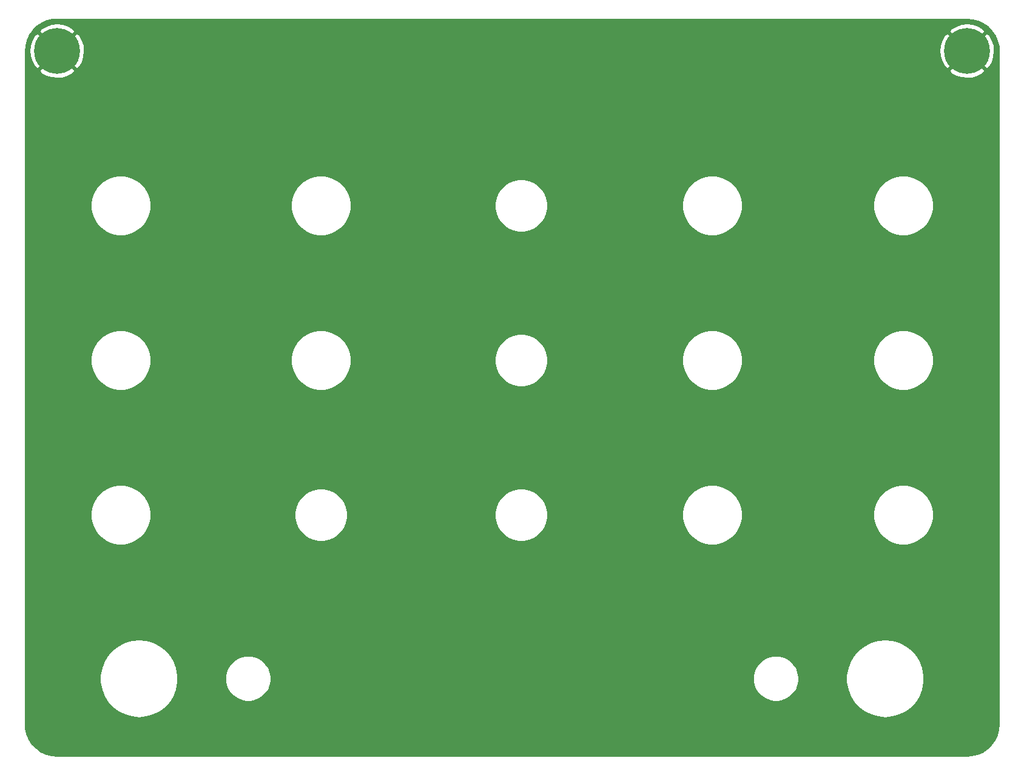
<source format=gbl>
G04 #@! TF.GenerationSoftware,KiCad,Pcbnew,5.1.12-84ad8e8a86~92~ubuntu20.04.1*
G04 #@! TF.CreationDate,2021-12-25T09:30:33-05:00*
G04 #@! TF.ProjectId,stereo_whooshy_sound_front_panel,73746572-656f-45f7-9768-6f6f7368795f,0*
G04 #@! TF.SameCoordinates,Original*
G04 #@! TF.FileFunction,Copper,L2,Bot*
G04 #@! TF.FilePolarity,Positive*
%FSLAX46Y46*%
G04 Gerber Fmt 4.6, Leading zero omitted, Abs format (unit mm)*
G04 Created by KiCad (PCBNEW 5.1.12-84ad8e8a86~92~ubuntu20.04.1) date 2021-12-25 09:30:33*
%MOMM*%
%LPD*%
G01*
G04 APERTURE LIST*
G04 #@! TA.AperFunction,ComponentPad*
%ADD10C,0.800000*%
G04 #@! TD*
G04 #@! TA.AperFunction,ComponentPad*
%ADD11C,6.400000*%
G04 #@! TD*
G04 #@! TA.AperFunction,Conductor*
%ADD12C,0.254000*%
G04 #@! TD*
G04 #@! TA.AperFunction,Conductor*
%ADD13C,0.100000*%
G04 #@! TD*
G04 APERTURE END LIST*
D10*
X135682056Y-13542944D03*
X133985000Y-12840000D03*
X132287944Y-13542944D03*
X131585000Y-15240000D03*
X132287944Y-16937056D03*
X133985000Y-17640000D03*
X135682056Y-16937056D03*
X136385000Y-15240000D03*
D11*
X133985000Y-15240000D03*
D10*
X8682056Y-13542944D03*
X6985000Y-12840000D03*
X5287944Y-13542944D03*
X4585000Y-15240000D03*
X5287944Y-16937056D03*
X6985000Y-17640000D03*
X8682056Y-16937056D03*
X9385000Y-15240000D03*
D11*
X6985000Y-15240000D03*
D12*
X134767249Y-10892437D02*
X135524774Y-11099672D01*
X136233625Y-11437777D01*
X136871404Y-11896067D01*
X137417946Y-12460055D01*
X137855977Y-13111913D01*
X138171651Y-13831038D01*
X138356206Y-14599768D01*
X138405000Y-15264207D01*
X138405001Y-109190597D01*
X138332563Y-110002249D01*
X138125328Y-110759774D01*
X137787221Y-111468627D01*
X137328928Y-112106410D01*
X136764945Y-112652946D01*
X136113085Y-113090978D01*
X135393963Y-113406651D01*
X134625232Y-113591206D01*
X133960792Y-113640000D01*
X7014392Y-113640000D01*
X6202751Y-113567563D01*
X5445226Y-113360328D01*
X4736373Y-113022221D01*
X4098590Y-112563928D01*
X3552054Y-111999945D01*
X3114022Y-111348085D01*
X2798349Y-110628963D01*
X2613794Y-109860232D01*
X2565000Y-109195792D01*
X2565000Y-102364369D01*
X12958377Y-102364369D01*
X12958377Y-103375631D01*
X13144195Y-104369673D01*
X13509505Y-105312646D01*
X14041866Y-106172438D01*
X14723148Y-106919769D01*
X15530152Y-107529190D01*
X16435396Y-107979948D01*
X17408053Y-108256693D01*
X18415000Y-108350000D01*
X19421947Y-108256693D01*
X20394604Y-107979948D01*
X21299848Y-107529190D01*
X22106852Y-106919769D01*
X22788134Y-106172438D01*
X23320495Y-105312646D01*
X23685805Y-104369673D01*
X23871623Y-103375631D01*
X23871623Y-102553405D01*
X30440553Y-102553405D01*
X30440553Y-103186595D01*
X30564083Y-103807620D01*
X30806394Y-104392611D01*
X31158176Y-104919090D01*
X31605910Y-105366824D01*
X32132389Y-105718606D01*
X32717380Y-105960917D01*
X33338405Y-106084447D01*
X33971595Y-106084447D01*
X34592620Y-105960917D01*
X35177611Y-105718606D01*
X35704090Y-105366824D01*
X36151824Y-104919090D01*
X36503606Y-104392611D01*
X36745917Y-103807620D01*
X36869447Y-103186595D01*
X36869447Y-102553405D01*
X104100553Y-102553405D01*
X104100553Y-103186595D01*
X104224083Y-103807620D01*
X104466394Y-104392611D01*
X104818176Y-104919090D01*
X105265910Y-105366824D01*
X105792389Y-105718606D01*
X106377380Y-105960917D01*
X106998405Y-106084447D01*
X107631595Y-106084447D01*
X108252620Y-105960917D01*
X108837611Y-105718606D01*
X109364090Y-105366824D01*
X109811824Y-104919090D01*
X110163606Y-104392611D01*
X110405917Y-103807620D01*
X110529447Y-103186595D01*
X110529447Y-102553405D01*
X110491846Y-102364369D01*
X117098377Y-102364369D01*
X117098377Y-103375631D01*
X117284195Y-104369673D01*
X117649505Y-105312646D01*
X118181866Y-106172438D01*
X118863148Y-106919769D01*
X119670152Y-107529190D01*
X120575396Y-107979948D01*
X121548053Y-108256693D01*
X122555000Y-108350000D01*
X123561947Y-108256693D01*
X124534604Y-107979948D01*
X125439848Y-107529190D01*
X126246852Y-106919769D01*
X126928134Y-106172438D01*
X127460495Y-105312646D01*
X127825805Y-104369673D01*
X128011623Y-103375631D01*
X128011623Y-102364369D01*
X127825805Y-101370327D01*
X127460495Y-100427354D01*
X126928134Y-99567562D01*
X126246852Y-98820231D01*
X125439848Y-98210810D01*
X124534604Y-97760052D01*
X123561947Y-97483307D01*
X122555000Y-97390000D01*
X121548053Y-97483307D01*
X120575396Y-97760052D01*
X119670152Y-98210810D01*
X118863148Y-98820231D01*
X118181866Y-99567562D01*
X117649505Y-100427354D01*
X117284195Y-101370327D01*
X117098377Y-102364369D01*
X110491846Y-102364369D01*
X110405917Y-101932380D01*
X110163606Y-101347389D01*
X109811824Y-100820910D01*
X109364090Y-100373176D01*
X108837611Y-100021394D01*
X108252620Y-99779083D01*
X107631595Y-99655553D01*
X106998405Y-99655553D01*
X106377380Y-99779083D01*
X105792389Y-100021394D01*
X105265910Y-100373176D01*
X104818176Y-100820910D01*
X104466394Y-101347389D01*
X104224083Y-101932380D01*
X104100553Y-102553405D01*
X36869447Y-102553405D01*
X36745917Y-101932380D01*
X36503606Y-101347389D01*
X36151824Y-100820910D01*
X35704090Y-100373176D01*
X35177611Y-100021394D01*
X34592620Y-99779083D01*
X33971595Y-99655553D01*
X33338405Y-99655553D01*
X32717380Y-99779083D01*
X32132389Y-100021394D01*
X31605910Y-100373176D01*
X31158176Y-100820910D01*
X30806394Y-101347389D01*
X30564083Y-101932380D01*
X30440553Y-102553405D01*
X23871623Y-102553405D01*
X23871623Y-102364369D01*
X23685805Y-101370327D01*
X23320495Y-100427354D01*
X22788134Y-99567562D01*
X22106852Y-98820231D01*
X21299848Y-98210810D01*
X20394604Y-97760052D01*
X19421947Y-97483307D01*
X18415000Y-97390000D01*
X17408053Y-97483307D01*
X16435396Y-97760052D01*
X15530152Y-98210810D01*
X14723148Y-98820231D01*
X14041866Y-99567562D01*
X13509505Y-100427354D01*
X13144195Y-101370327D01*
X12958377Y-102364369D01*
X2565000Y-102364369D01*
X2565000Y-79595387D01*
X11665369Y-79595387D01*
X11665369Y-80424613D01*
X11827142Y-81237904D01*
X12144473Y-82004008D01*
X12605166Y-82693484D01*
X13191516Y-83279834D01*
X13880992Y-83740527D01*
X14647096Y-84057858D01*
X15460387Y-84219631D01*
X16289613Y-84219631D01*
X17102904Y-84057858D01*
X17869008Y-83740527D01*
X18558484Y-83279834D01*
X19144834Y-82693484D01*
X19605527Y-82004008D01*
X19922858Y-81237904D01*
X20084631Y-80424613D01*
X20084631Y-79644396D01*
X40102961Y-79644396D01*
X40102961Y-80375604D01*
X40245613Y-81092762D01*
X40525434Y-81768310D01*
X40931671Y-82376287D01*
X41448713Y-82893329D01*
X42056690Y-83299566D01*
X42732238Y-83579387D01*
X43449396Y-83722039D01*
X44180604Y-83722039D01*
X44897762Y-83579387D01*
X45573310Y-83299566D01*
X46181287Y-82893329D01*
X46698329Y-82376287D01*
X47104566Y-81768310D01*
X47384387Y-81092762D01*
X47527039Y-80375604D01*
X47527039Y-79644396D01*
X68042961Y-79644396D01*
X68042961Y-80375604D01*
X68185613Y-81092762D01*
X68465434Y-81768310D01*
X68871671Y-82376287D01*
X69388713Y-82893329D01*
X69996690Y-83299566D01*
X70672238Y-83579387D01*
X71389396Y-83722039D01*
X72120604Y-83722039D01*
X72837762Y-83579387D01*
X73513310Y-83299566D01*
X74121287Y-82893329D01*
X74638329Y-82376287D01*
X75044566Y-81768310D01*
X75324387Y-81092762D01*
X75467039Y-80375604D01*
X75467039Y-79644396D01*
X75457291Y-79595387D01*
X94215369Y-79595387D01*
X94215369Y-80424613D01*
X94377142Y-81237904D01*
X94694473Y-82004008D01*
X95155166Y-82693484D01*
X95741516Y-83279834D01*
X96430992Y-83740527D01*
X97197096Y-84057858D01*
X98010387Y-84219631D01*
X98839613Y-84219631D01*
X99652904Y-84057858D01*
X100419008Y-83740527D01*
X101108484Y-83279834D01*
X101694834Y-82693484D01*
X102155527Y-82004008D01*
X102472858Y-81237904D01*
X102634631Y-80424613D01*
X102634631Y-79595387D01*
X120885369Y-79595387D01*
X120885369Y-80424613D01*
X121047142Y-81237904D01*
X121364473Y-82004008D01*
X121825166Y-82693484D01*
X122411516Y-83279834D01*
X123100992Y-83740527D01*
X123867096Y-84057858D01*
X124680387Y-84219631D01*
X125509613Y-84219631D01*
X126322904Y-84057858D01*
X127089008Y-83740527D01*
X127778484Y-83279834D01*
X128364834Y-82693484D01*
X128825527Y-82004008D01*
X129142858Y-81237904D01*
X129304631Y-80424613D01*
X129304631Y-79595387D01*
X129142858Y-78782096D01*
X128825527Y-78015992D01*
X128364834Y-77326516D01*
X127778484Y-76740166D01*
X127089008Y-76279473D01*
X126322904Y-75962142D01*
X125509613Y-75800369D01*
X124680387Y-75800369D01*
X123867096Y-75962142D01*
X123100992Y-76279473D01*
X122411516Y-76740166D01*
X121825166Y-77326516D01*
X121364473Y-78015992D01*
X121047142Y-78782096D01*
X120885369Y-79595387D01*
X102634631Y-79595387D01*
X102472858Y-78782096D01*
X102155527Y-78015992D01*
X101694834Y-77326516D01*
X101108484Y-76740166D01*
X100419008Y-76279473D01*
X99652904Y-75962142D01*
X98839613Y-75800369D01*
X98010387Y-75800369D01*
X97197096Y-75962142D01*
X96430992Y-76279473D01*
X95741516Y-76740166D01*
X95155166Y-77326516D01*
X94694473Y-78015992D01*
X94377142Y-78782096D01*
X94215369Y-79595387D01*
X75457291Y-79595387D01*
X75324387Y-78927238D01*
X75044566Y-78251690D01*
X74638329Y-77643713D01*
X74121287Y-77126671D01*
X73513310Y-76720434D01*
X72837762Y-76440613D01*
X72120604Y-76297961D01*
X71389396Y-76297961D01*
X70672238Y-76440613D01*
X69996690Y-76720434D01*
X69388713Y-77126671D01*
X68871671Y-77643713D01*
X68465434Y-78251690D01*
X68185613Y-78927238D01*
X68042961Y-79644396D01*
X47527039Y-79644396D01*
X47384387Y-78927238D01*
X47104566Y-78251690D01*
X46698329Y-77643713D01*
X46181287Y-77126671D01*
X45573310Y-76720434D01*
X44897762Y-76440613D01*
X44180604Y-76297961D01*
X43449396Y-76297961D01*
X42732238Y-76440613D01*
X42056690Y-76720434D01*
X41448713Y-77126671D01*
X40931671Y-77643713D01*
X40525434Y-78251690D01*
X40245613Y-78927238D01*
X40102961Y-79644396D01*
X20084631Y-79644396D01*
X20084631Y-79595387D01*
X19922858Y-78782096D01*
X19605527Y-78015992D01*
X19144834Y-77326516D01*
X18558484Y-76740166D01*
X17869008Y-76279473D01*
X17102904Y-75962142D01*
X16289613Y-75800369D01*
X15460387Y-75800369D01*
X14647096Y-75962142D01*
X13880992Y-76279473D01*
X13191516Y-76740166D01*
X12605166Y-77326516D01*
X12144473Y-78015992D01*
X11827142Y-78782096D01*
X11665369Y-79595387D01*
X2565000Y-79595387D01*
X2565000Y-58005387D01*
X11665369Y-58005387D01*
X11665369Y-58834613D01*
X11827142Y-59647904D01*
X12144473Y-60414008D01*
X12605166Y-61103484D01*
X13191516Y-61689834D01*
X13880992Y-62150527D01*
X14647096Y-62467858D01*
X15460387Y-62629631D01*
X16289613Y-62629631D01*
X17102904Y-62467858D01*
X17869008Y-62150527D01*
X18558484Y-61689834D01*
X19144834Y-61103484D01*
X19605527Y-60414008D01*
X19922858Y-59647904D01*
X20084631Y-58834613D01*
X20084631Y-58005387D01*
X39605369Y-58005387D01*
X39605369Y-58834613D01*
X39767142Y-59647904D01*
X40084473Y-60414008D01*
X40545166Y-61103484D01*
X41131516Y-61689834D01*
X41820992Y-62150527D01*
X42587096Y-62467858D01*
X43400387Y-62629631D01*
X44229613Y-62629631D01*
X45042904Y-62467858D01*
X45809008Y-62150527D01*
X46498484Y-61689834D01*
X47084834Y-61103484D01*
X47545527Y-60414008D01*
X47862858Y-59647904D01*
X48024631Y-58834613D01*
X48024631Y-58054396D01*
X68042961Y-58054396D01*
X68042961Y-58785604D01*
X68185613Y-59502762D01*
X68465434Y-60178310D01*
X68871671Y-60786287D01*
X69388713Y-61303329D01*
X69996690Y-61709566D01*
X70672238Y-61989387D01*
X71389396Y-62132039D01*
X72120604Y-62132039D01*
X72837762Y-61989387D01*
X73513310Y-61709566D01*
X74121287Y-61303329D01*
X74638329Y-60786287D01*
X75044566Y-60178310D01*
X75324387Y-59502762D01*
X75467039Y-58785604D01*
X75467039Y-58054396D01*
X75457291Y-58005387D01*
X94215369Y-58005387D01*
X94215369Y-58834613D01*
X94377142Y-59647904D01*
X94694473Y-60414008D01*
X95155166Y-61103484D01*
X95741516Y-61689834D01*
X96430992Y-62150527D01*
X97197096Y-62467858D01*
X98010387Y-62629631D01*
X98839613Y-62629631D01*
X99652904Y-62467858D01*
X100419008Y-62150527D01*
X101108484Y-61689834D01*
X101694834Y-61103484D01*
X102155527Y-60414008D01*
X102472858Y-59647904D01*
X102634631Y-58834613D01*
X102634631Y-58005387D01*
X120885369Y-58005387D01*
X120885369Y-58834613D01*
X121047142Y-59647904D01*
X121364473Y-60414008D01*
X121825166Y-61103484D01*
X122411516Y-61689834D01*
X123100992Y-62150527D01*
X123867096Y-62467858D01*
X124680387Y-62629631D01*
X125509613Y-62629631D01*
X126322904Y-62467858D01*
X127089008Y-62150527D01*
X127778484Y-61689834D01*
X128364834Y-61103484D01*
X128825527Y-60414008D01*
X129142858Y-59647904D01*
X129304631Y-58834613D01*
X129304631Y-58005387D01*
X129142858Y-57192096D01*
X128825527Y-56425992D01*
X128364834Y-55736516D01*
X127778484Y-55150166D01*
X127089008Y-54689473D01*
X126322904Y-54372142D01*
X125509613Y-54210369D01*
X124680387Y-54210369D01*
X123867096Y-54372142D01*
X123100992Y-54689473D01*
X122411516Y-55150166D01*
X121825166Y-55736516D01*
X121364473Y-56425992D01*
X121047142Y-57192096D01*
X120885369Y-58005387D01*
X102634631Y-58005387D01*
X102472858Y-57192096D01*
X102155527Y-56425992D01*
X101694834Y-55736516D01*
X101108484Y-55150166D01*
X100419008Y-54689473D01*
X99652904Y-54372142D01*
X98839613Y-54210369D01*
X98010387Y-54210369D01*
X97197096Y-54372142D01*
X96430992Y-54689473D01*
X95741516Y-55150166D01*
X95155166Y-55736516D01*
X94694473Y-56425992D01*
X94377142Y-57192096D01*
X94215369Y-58005387D01*
X75457291Y-58005387D01*
X75324387Y-57337238D01*
X75044566Y-56661690D01*
X74638329Y-56053713D01*
X74121287Y-55536671D01*
X73513310Y-55130434D01*
X72837762Y-54850613D01*
X72120604Y-54707961D01*
X71389396Y-54707961D01*
X70672238Y-54850613D01*
X69996690Y-55130434D01*
X69388713Y-55536671D01*
X68871671Y-56053713D01*
X68465434Y-56661690D01*
X68185613Y-57337238D01*
X68042961Y-58054396D01*
X48024631Y-58054396D01*
X48024631Y-58005387D01*
X47862858Y-57192096D01*
X47545527Y-56425992D01*
X47084834Y-55736516D01*
X46498484Y-55150166D01*
X45809008Y-54689473D01*
X45042904Y-54372142D01*
X44229613Y-54210369D01*
X43400387Y-54210369D01*
X42587096Y-54372142D01*
X41820992Y-54689473D01*
X41131516Y-55150166D01*
X40545166Y-55736516D01*
X40084473Y-56425992D01*
X39767142Y-57192096D01*
X39605369Y-58005387D01*
X20084631Y-58005387D01*
X19922858Y-57192096D01*
X19605527Y-56425992D01*
X19144834Y-55736516D01*
X18558484Y-55150166D01*
X17869008Y-54689473D01*
X17102904Y-54372142D01*
X16289613Y-54210369D01*
X15460387Y-54210369D01*
X14647096Y-54372142D01*
X13880992Y-54689473D01*
X13191516Y-55150166D01*
X12605166Y-55736516D01*
X12144473Y-56425992D01*
X11827142Y-57192096D01*
X11665369Y-58005387D01*
X2565000Y-58005387D01*
X2565000Y-36415387D01*
X11665369Y-36415387D01*
X11665369Y-37244613D01*
X11827142Y-38057904D01*
X12144473Y-38824008D01*
X12605166Y-39513484D01*
X13191516Y-40099834D01*
X13880992Y-40560527D01*
X14647096Y-40877858D01*
X15460387Y-41039631D01*
X16289613Y-41039631D01*
X17102904Y-40877858D01*
X17869008Y-40560527D01*
X18558484Y-40099834D01*
X19144834Y-39513484D01*
X19605527Y-38824008D01*
X19922858Y-38057904D01*
X20084631Y-37244613D01*
X20084631Y-36415387D01*
X39605369Y-36415387D01*
X39605369Y-37244613D01*
X39767142Y-38057904D01*
X40084473Y-38824008D01*
X40545166Y-39513484D01*
X41131516Y-40099834D01*
X41820992Y-40560527D01*
X42587096Y-40877858D01*
X43400387Y-41039631D01*
X44229613Y-41039631D01*
X45042904Y-40877858D01*
X45809008Y-40560527D01*
X46498484Y-40099834D01*
X47084834Y-39513484D01*
X47545527Y-38824008D01*
X47862858Y-38057904D01*
X48024631Y-37244613D01*
X48024631Y-36464396D01*
X68042961Y-36464396D01*
X68042961Y-37195604D01*
X68185613Y-37912762D01*
X68465434Y-38588310D01*
X68871671Y-39196287D01*
X69388713Y-39713329D01*
X69996690Y-40119566D01*
X70672238Y-40399387D01*
X71389396Y-40542039D01*
X72120604Y-40542039D01*
X72837762Y-40399387D01*
X73513310Y-40119566D01*
X74121287Y-39713329D01*
X74638329Y-39196287D01*
X75044566Y-38588310D01*
X75324387Y-37912762D01*
X75467039Y-37195604D01*
X75467039Y-36464396D01*
X75457291Y-36415387D01*
X94215369Y-36415387D01*
X94215369Y-37244613D01*
X94377142Y-38057904D01*
X94694473Y-38824008D01*
X95155166Y-39513484D01*
X95741516Y-40099834D01*
X96430992Y-40560527D01*
X97197096Y-40877858D01*
X98010387Y-41039631D01*
X98839613Y-41039631D01*
X99652904Y-40877858D01*
X100419008Y-40560527D01*
X101108484Y-40099834D01*
X101694834Y-39513484D01*
X102155527Y-38824008D01*
X102472858Y-38057904D01*
X102634631Y-37244613D01*
X102634631Y-36415387D01*
X120885369Y-36415387D01*
X120885369Y-37244613D01*
X121047142Y-38057904D01*
X121364473Y-38824008D01*
X121825166Y-39513484D01*
X122411516Y-40099834D01*
X123100992Y-40560527D01*
X123867096Y-40877858D01*
X124680387Y-41039631D01*
X125509613Y-41039631D01*
X126322904Y-40877858D01*
X127089008Y-40560527D01*
X127778484Y-40099834D01*
X128364834Y-39513484D01*
X128825527Y-38824008D01*
X129142858Y-38057904D01*
X129304631Y-37244613D01*
X129304631Y-36415387D01*
X129142858Y-35602096D01*
X128825527Y-34835992D01*
X128364834Y-34146516D01*
X127778484Y-33560166D01*
X127089008Y-33099473D01*
X126322904Y-32782142D01*
X125509613Y-32620369D01*
X124680387Y-32620369D01*
X123867096Y-32782142D01*
X123100992Y-33099473D01*
X122411516Y-33560166D01*
X121825166Y-34146516D01*
X121364473Y-34835992D01*
X121047142Y-35602096D01*
X120885369Y-36415387D01*
X102634631Y-36415387D01*
X102472858Y-35602096D01*
X102155527Y-34835992D01*
X101694834Y-34146516D01*
X101108484Y-33560166D01*
X100419008Y-33099473D01*
X99652904Y-32782142D01*
X98839613Y-32620369D01*
X98010387Y-32620369D01*
X97197096Y-32782142D01*
X96430992Y-33099473D01*
X95741516Y-33560166D01*
X95155166Y-34146516D01*
X94694473Y-34835992D01*
X94377142Y-35602096D01*
X94215369Y-36415387D01*
X75457291Y-36415387D01*
X75324387Y-35747238D01*
X75044566Y-35071690D01*
X74638329Y-34463713D01*
X74121287Y-33946671D01*
X73513310Y-33540434D01*
X72837762Y-33260613D01*
X72120604Y-33117961D01*
X71389396Y-33117961D01*
X70672238Y-33260613D01*
X69996690Y-33540434D01*
X69388713Y-33946671D01*
X68871671Y-34463713D01*
X68465434Y-35071690D01*
X68185613Y-35747238D01*
X68042961Y-36464396D01*
X48024631Y-36464396D01*
X48024631Y-36415387D01*
X47862858Y-35602096D01*
X47545527Y-34835992D01*
X47084834Y-34146516D01*
X46498484Y-33560166D01*
X45809008Y-33099473D01*
X45042904Y-32782142D01*
X44229613Y-32620369D01*
X43400387Y-32620369D01*
X42587096Y-32782142D01*
X41820992Y-33099473D01*
X41131516Y-33560166D01*
X40545166Y-34146516D01*
X40084473Y-34835992D01*
X39767142Y-35602096D01*
X39605369Y-36415387D01*
X20084631Y-36415387D01*
X19922858Y-35602096D01*
X19605527Y-34835992D01*
X19144834Y-34146516D01*
X18558484Y-33560166D01*
X17869008Y-33099473D01*
X17102904Y-32782142D01*
X16289613Y-32620369D01*
X15460387Y-32620369D01*
X14647096Y-32782142D01*
X13880992Y-33099473D01*
X13191516Y-33560166D01*
X12605166Y-34146516D01*
X12144473Y-34835992D01*
X11827142Y-35602096D01*
X11665369Y-36415387D01*
X2565000Y-36415387D01*
X2565000Y-17940881D01*
X4463724Y-17940881D01*
X4823912Y-18430548D01*
X5487882Y-18790849D01*
X6209385Y-19014694D01*
X6960695Y-19093480D01*
X7712938Y-19024178D01*
X8437208Y-18809452D01*
X9105670Y-18457555D01*
X9146088Y-18430548D01*
X9506276Y-17940881D01*
X131463724Y-17940881D01*
X131823912Y-18430548D01*
X132487882Y-18790849D01*
X133209385Y-19014694D01*
X133960695Y-19093480D01*
X134712938Y-19024178D01*
X135437208Y-18809452D01*
X136105670Y-18457555D01*
X136146088Y-18430548D01*
X136506276Y-17940881D01*
X133985000Y-15419605D01*
X131463724Y-17940881D01*
X9506276Y-17940881D01*
X6985000Y-15419605D01*
X4463724Y-17940881D01*
X2565000Y-17940881D01*
X2565000Y-15269392D01*
X2569792Y-15215695D01*
X3131520Y-15215695D01*
X3200822Y-15967938D01*
X3415548Y-16692208D01*
X3767445Y-17360670D01*
X3794452Y-17401088D01*
X4284119Y-17761276D01*
X6805395Y-15240000D01*
X7164605Y-15240000D01*
X9685881Y-17761276D01*
X10175548Y-17401088D01*
X10535849Y-16737118D01*
X10759694Y-16015615D01*
X10838480Y-15264305D01*
X10834002Y-15215695D01*
X130131520Y-15215695D01*
X130200822Y-15967938D01*
X130415548Y-16692208D01*
X130767445Y-17360670D01*
X130794452Y-17401088D01*
X131284119Y-17761276D01*
X133805395Y-15240000D01*
X134164605Y-15240000D01*
X136685881Y-17761276D01*
X137175548Y-17401088D01*
X137535849Y-16737118D01*
X137759694Y-16015615D01*
X137838480Y-15264305D01*
X137769178Y-14512062D01*
X137554452Y-13787792D01*
X137202555Y-13119330D01*
X137175548Y-13078912D01*
X136685881Y-12718724D01*
X134164605Y-15240000D01*
X133805395Y-15240000D01*
X131284119Y-12718724D01*
X130794452Y-13078912D01*
X130434151Y-13742882D01*
X130210306Y-14464385D01*
X130131520Y-15215695D01*
X10834002Y-15215695D01*
X10769178Y-14512062D01*
X10554452Y-13787792D01*
X10202555Y-13119330D01*
X10175548Y-13078912D01*
X9685881Y-12718724D01*
X7164605Y-15240000D01*
X6805395Y-15240000D01*
X4284119Y-12718724D01*
X3794452Y-13078912D01*
X3434151Y-13742882D01*
X3210306Y-14464385D01*
X3131520Y-15215695D01*
X2569792Y-15215695D01*
X2637437Y-14457751D01*
X2844672Y-13700226D01*
X3182777Y-12991375D01*
X3507755Y-12539119D01*
X4463724Y-12539119D01*
X6985000Y-15060395D01*
X9506276Y-12539119D01*
X131463724Y-12539119D01*
X133985000Y-15060395D01*
X136506276Y-12539119D01*
X136146088Y-12049452D01*
X135482118Y-11689151D01*
X134760615Y-11465306D01*
X134009305Y-11386520D01*
X133257062Y-11455822D01*
X132532792Y-11670548D01*
X131864330Y-12022445D01*
X131823912Y-12049452D01*
X131463724Y-12539119D01*
X9506276Y-12539119D01*
X9146088Y-12049452D01*
X8482118Y-11689151D01*
X7760615Y-11465306D01*
X7009305Y-11386520D01*
X6257062Y-11455822D01*
X5532792Y-11670548D01*
X4864330Y-12022445D01*
X4823912Y-12049452D01*
X4463724Y-12539119D01*
X3507755Y-12539119D01*
X3641067Y-12353596D01*
X4205055Y-11807054D01*
X4856913Y-11369023D01*
X5576038Y-11053349D01*
X6344768Y-10868794D01*
X7009207Y-10820000D01*
X133955608Y-10820000D01*
X134767249Y-10892437D01*
G04 #@! TA.AperFunction,Conductor*
D13*
G36*
X134767249Y-10892437D02*
G01*
X135524774Y-11099672D01*
X136233625Y-11437777D01*
X136871404Y-11896067D01*
X137417946Y-12460055D01*
X137855977Y-13111913D01*
X138171651Y-13831038D01*
X138356206Y-14599768D01*
X138405000Y-15264207D01*
X138405001Y-109190597D01*
X138332563Y-110002249D01*
X138125328Y-110759774D01*
X137787221Y-111468627D01*
X137328928Y-112106410D01*
X136764945Y-112652946D01*
X136113085Y-113090978D01*
X135393963Y-113406651D01*
X134625232Y-113591206D01*
X133960792Y-113640000D01*
X7014392Y-113640000D01*
X6202751Y-113567563D01*
X5445226Y-113360328D01*
X4736373Y-113022221D01*
X4098590Y-112563928D01*
X3552054Y-111999945D01*
X3114022Y-111348085D01*
X2798349Y-110628963D01*
X2613794Y-109860232D01*
X2565000Y-109195792D01*
X2565000Y-102364369D01*
X12958377Y-102364369D01*
X12958377Y-103375631D01*
X13144195Y-104369673D01*
X13509505Y-105312646D01*
X14041866Y-106172438D01*
X14723148Y-106919769D01*
X15530152Y-107529190D01*
X16435396Y-107979948D01*
X17408053Y-108256693D01*
X18415000Y-108350000D01*
X19421947Y-108256693D01*
X20394604Y-107979948D01*
X21299848Y-107529190D01*
X22106852Y-106919769D01*
X22788134Y-106172438D01*
X23320495Y-105312646D01*
X23685805Y-104369673D01*
X23871623Y-103375631D01*
X23871623Y-102553405D01*
X30440553Y-102553405D01*
X30440553Y-103186595D01*
X30564083Y-103807620D01*
X30806394Y-104392611D01*
X31158176Y-104919090D01*
X31605910Y-105366824D01*
X32132389Y-105718606D01*
X32717380Y-105960917D01*
X33338405Y-106084447D01*
X33971595Y-106084447D01*
X34592620Y-105960917D01*
X35177611Y-105718606D01*
X35704090Y-105366824D01*
X36151824Y-104919090D01*
X36503606Y-104392611D01*
X36745917Y-103807620D01*
X36869447Y-103186595D01*
X36869447Y-102553405D01*
X104100553Y-102553405D01*
X104100553Y-103186595D01*
X104224083Y-103807620D01*
X104466394Y-104392611D01*
X104818176Y-104919090D01*
X105265910Y-105366824D01*
X105792389Y-105718606D01*
X106377380Y-105960917D01*
X106998405Y-106084447D01*
X107631595Y-106084447D01*
X108252620Y-105960917D01*
X108837611Y-105718606D01*
X109364090Y-105366824D01*
X109811824Y-104919090D01*
X110163606Y-104392611D01*
X110405917Y-103807620D01*
X110529447Y-103186595D01*
X110529447Y-102553405D01*
X110491846Y-102364369D01*
X117098377Y-102364369D01*
X117098377Y-103375631D01*
X117284195Y-104369673D01*
X117649505Y-105312646D01*
X118181866Y-106172438D01*
X118863148Y-106919769D01*
X119670152Y-107529190D01*
X120575396Y-107979948D01*
X121548053Y-108256693D01*
X122555000Y-108350000D01*
X123561947Y-108256693D01*
X124534604Y-107979948D01*
X125439848Y-107529190D01*
X126246852Y-106919769D01*
X126928134Y-106172438D01*
X127460495Y-105312646D01*
X127825805Y-104369673D01*
X128011623Y-103375631D01*
X128011623Y-102364369D01*
X127825805Y-101370327D01*
X127460495Y-100427354D01*
X126928134Y-99567562D01*
X126246852Y-98820231D01*
X125439848Y-98210810D01*
X124534604Y-97760052D01*
X123561947Y-97483307D01*
X122555000Y-97390000D01*
X121548053Y-97483307D01*
X120575396Y-97760052D01*
X119670152Y-98210810D01*
X118863148Y-98820231D01*
X118181866Y-99567562D01*
X117649505Y-100427354D01*
X117284195Y-101370327D01*
X117098377Y-102364369D01*
X110491846Y-102364369D01*
X110405917Y-101932380D01*
X110163606Y-101347389D01*
X109811824Y-100820910D01*
X109364090Y-100373176D01*
X108837611Y-100021394D01*
X108252620Y-99779083D01*
X107631595Y-99655553D01*
X106998405Y-99655553D01*
X106377380Y-99779083D01*
X105792389Y-100021394D01*
X105265910Y-100373176D01*
X104818176Y-100820910D01*
X104466394Y-101347389D01*
X104224083Y-101932380D01*
X104100553Y-102553405D01*
X36869447Y-102553405D01*
X36745917Y-101932380D01*
X36503606Y-101347389D01*
X36151824Y-100820910D01*
X35704090Y-100373176D01*
X35177611Y-100021394D01*
X34592620Y-99779083D01*
X33971595Y-99655553D01*
X33338405Y-99655553D01*
X32717380Y-99779083D01*
X32132389Y-100021394D01*
X31605910Y-100373176D01*
X31158176Y-100820910D01*
X30806394Y-101347389D01*
X30564083Y-101932380D01*
X30440553Y-102553405D01*
X23871623Y-102553405D01*
X23871623Y-102364369D01*
X23685805Y-101370327D01*
X23320495Y-100427354D01*
X22788134Y-99567562D01*
X22106852Y-98820231D01*
X21299848Y-98210810D01*
X20394604Y-97760052D01*
X19421947Y-97483307D01*
X18415000Y-97390000D01*
X17408053Y-97483307D01*
X16435396Y-97760052D01*
X15530152Y-98210810D01*
X14723148Y-98820231D01*
X14041866Y-99567562D01*
X13509505Y-100427354D01*
X13144195Y-101370327D01*
X12958377Y-102364369D01*
X2565000Y-102364369D01*
X2565000Y-79595387D01*
X11665369Y-79595387D01*
X11665369Y-80424613D01*
X11827142Y-81237904D01*
X12144473Y-82004008D01*
X12605166Y-82693484D01*
X13191516Y-83279834D01*
X13880992Y-83740527D01*
X14647096Y-84057858D01*
X15460387Y-84219631D01*
X16289613Y-84219631D01*
X17102904Y-84057858D01*
X17869008Y-83740527D01*
X18558484Y-83279834D01*
X19144834Y-82693484D01*
X19605527Y-82004008D01*
X19922858Y-81237904D01*
X20084631Y-80424613D01*
X20084631Y-79644396D01*
X40102961Y-79644396D01*
X40102961Y-80375604D01*
X40245613Y-81092762D01*
X40525434Y-81768310D01*
X40931671Y-82376287D01*
X41448713Y-82893329D01*
X42056690Y-83299566D01*
X42732238Y-83579387D01*
X43449396Y-83722039D01*
X44180604Y-83722039D01*
X44897762Y-83579387D01*
X45573310Y-83299566D01*
X46181287Y-82893329D01*
X46698329Y-82376287D01*
X47104566Y-81768310D01*
X47384387Y-81092762D01*
X47527039Y-80375604D01*
X47527039Y-79644396D01*
X68042961Y-79644396D01*
X68042961Y-80375604D01*
X68185613Y-81092762D01*
X68465434Y-81768310D01*
X68871671Y-82376287D01*
X69388713Y-82893329D01*
X69996690Y-83299566D01*
X70672238Y-83579387D01*
X71389396Y-83722039D01*
X72120604Y-83722039D01*
X72837762Y-83579387D01*
X73513310Y-83299566D01*
X74121287Y-82893329D01*
X74638329Y-82376287D01*
X75044566Y-81768310D01*
X75324387Y-81092762D01*
X75467039Y-80375604D01*
X75467039Y-79644396D01*
X75457291Y-79595387D01*
X94215369Y-79595387D01*
X94215369Y-80424613D01*
X94377142Y-81237904D01*
X94694473Y-82004008D01*
X95155166Y-82693484D01*
X95741516Y-83279834D01*
X96430992Y-83740527D01*
X97197096Y-84057858D01*
X98010387Y-84219631D01*
X98839613Y-84219631D01*
X99652904Y-84057858D01*
X100419008Y-83740527D01*
X101108484Y-83279834D01*
X101694834Y-82693484D01*
X102155527Y-82004008D01*
X102472858Y-81237904D01*
X102634631Y-80424613D01*
X102634631Y-79595387D01*
X120885369Y-79595387D01*
X120885369Y-80424613D01*
X121047142Y-81237904D01*
X121364473Y-82004008D01*
X121825166Y-82693484D01*
X122411516Y-83279834D01*
X123100992Y-83740527D01*
X123867096Y-84057858D01*
X124680387Y-84219631D01*
X125509613Y-84219631D01*
X126322904Y-84057858D01*
X127089008Y-83740527D01*
X127778484Y-83279834D01*
X128364834Y-82693484D01*
X128825527Y-82004008D01*
X129142858Y-81237904D01*
X129304631Y-80424613D01*
X129304631Y-79595387D01*
X129142858Y-78782096D01*
X128825527Y-78015992D01*
X128364834Y-77326516D01*
X127778484Y-76740166D01*
X127089008Y-76279473D01*
X126322904Y-75962142D01*
X125509613Y-75800369D01*
X124680387Y-75800369D01*
X123867096Y-75962142D01*
X123100992Y-76279473D01*
X122411516Y-76740166D01*
X121825166Y-77326516D01*
X121364473Y-78015992D01*
X121047142Y-78782096D01*
X120885369Y-79595387D01*
X102634631Y-79595387D01*
X102472858Y-78782096D01*
X102155527Y-78015992D01*
X101694834Y-77326516D01*
X101108484Y-76740166D01*
X100419008Y-76279473D01*
X99652904Y-75962142D01*
X98839613Y-75800369D01*
X98010387Y-75800369D01*
X97197096Y-75962142D01*
X96430992Y-76279473D01*
X95741516Y-76740166D01*
X95155166Y-77326516D01*
X94694473Y-78015992D01*
X94377142Y-78782096D01*
X94215369Y-79595387D01*
X75457291Y-79595387D01*
X75324387Y-78927238D01*
X75044566Y-78251690D01*
X74638329Y-77643713D01*
X74121287Y-77126671D01*
X73513310Y-76720434D01*
X72837762Y-76440613D01*
X72120604Y-76297961D01*
X71389396Y-76297961D01*
X70672238Y-76440613D01*
X69996690Y-76720434D01*
X69388713Y-77126671D01*
X68871671Y-77643713D01*
X68465434Y-78251690D01*
X68185613Y-78927238D01*
X68042961Y-79644396D01*
X47527039Y-79644396D01*
X47384387Y-78927238D01*
X47104566Y-78251690D01*
X46698329Y-77643713D01*
X46181287Y-77126671D01*
X45573310Y-76720434D01*
X44897762Y-76440613D01*
X44180604Y-76297961D01*
X43449396Y-76297961D01*
X42732238Y-76440613D01*
X42056690Y-76720434D01*
X41448713Y-77126671D01*
X40931671Y-77643713D01*
X40525434Y-78251690D01*
X40245613Y-78927238D01*
X40102961Y-79644396D01*
X20084631Y-79644396D01*
X20084631Y-79595387D01*
X19922858Y-78782096D01*
X19605527Y-78015992D01*
X19144834Y-77326516D01*
X18558484Y-76740166D01*
X17869008Y-76279473D01*
X17102904Y-75962142D01*
X16289613Y-75800369D01*
X15460387Y-75800369D01*
X14647096Y-75962142D01*
X13880992Y-76279473D01*
X13191516Y-76740166D01*
X12605166Y-77326516D01*
X12144473Y-78015992D01*
X11827142Y-78782096D01*
X11665369Y-79595387D01*
X2565000Y-79595387D01*
X2565000Y-58005387D01*
X11665369Y-58005387D01*
X11665369Y-58834613D01*
X11827142Y-59647904D01*
X12144473Y-60414008D01*
X12605166Y-61103484D01*
X13191516Y-61689834D01*
X13880992Y-62150527D01*
X14647096Y-62467858D01*
X15460387Y-62629631D01*
X16289613Y-62629631D01*
X17102904Y-62467858D01*
X17869008Y-62150527D01*
X18558484Y-61689834D01*
X19144834Y-61103484D01*
X19605527Y-60414008D01*
X19922858Y-59647904D01*
X20084631Y-58834613D01*
X20084631Y-58005387D01*
X39605369Y-58005387D01*
X39605369Y-58834613D01*
X39767142Y-59647904D01*
X40084473Y-60414008D01*
X40545166Y-61103484D01*
X41131516Y-61689834D01*
X41820992Y-62150527D01*
X42587096Y-62467858D01*
X43400387Y-62629631D01*
X44229613Y-62629631D01*
X45042904Y-62467858D01*
X45809008Y-62150527D01*
X46498484Y-61689834D01*
X47084834Y-61103484D01*
X47545527Y-60414008D01*
X47862858Y-59647904D01*
X48024631Y-58834613D01*
X48024631Y-58054396D01*
X68042961Y-58054396D01*
X68042961Y-58785604D01*
X68185613Y-59502762D01*
X68465434Y-60178310D01*
X68871671Y-60786287D01*
X69388713Y-61303329D01*
X69996690Y-61709566D01*
X70672238Y-61989387D01*
X71389396Y-62132039D01*
X72120604Y-62132039D01*
X72837762Y-61989387D01*
X73513310Y-61709566D01*
X74121287Y-61303329D01*
X74638329Y-60786287D01*
X75044566Y-60178310D01*
X75324387Y-59502762D01*
X75467039Y-58785604D01*
X75467039Y-58054396D01*
X75457291Y-58005387D01*
X94215369Y-58005387D01*
X94215369Y-58834613D01*
X94377142Y-59647904D01*
X94694473Y-60414008D01*
X95155166Y-61103484D01*
X95741516Y-61689834D01*
X96430992Y-62150527D01*
X97197096Y-62467858D01*
X98010387Y-62629631D01*
X98839613Y-62629631D01*
X99652904Y-62467858D01*
X100419008Y-62150527D01*
X101108484Y-61689834D01*
X101694834Y-61103484D01*
X102155527Y-60414008D01*
X102472858Y-59647904D01*
X102634631Y-58834613D01*
X102634631Y-58005387D01*
X120885369Y-58005387D01*
X120885369Y-58834613D01*
X121047142Y-59647904D01*
X121364473Y-60414008D01*
X121825166Y-61103484D01*
X122411516Y-61689834D01*
X123100992Y-62150527D01*
X123867096Y-62467858D01*
X124680387Y-62629631D01*
X125509613Y-62629631D01*
X126322904Y-62467858D01*
X127089008Y-62150527D01*
X127778484Y-61689834D01*
X128364834Y-61103484D01*
X128825527Y-60414008D01*
X129142858Y-59647904D01*
X129304631Y-58834613D01*
X129304631Y-58005387D01*
X129142858Y-57192096D01*
X128825527Y-56425992D01*
X128364834Y-55736516D01*
X127778484Y-55150166D01*
X127089008Y-54689473D01*
X126322904Y-54372142D01*
X125509613Y-54210369D01*
X124680387Y-54210369D01*
X123867096Y-54372142D01*
X123100992Y-54689473D01*
X122411516Y-55150166D01*
X121825166Y-55736516D01*
X121364473Y-56425992D01*
X121047142Y-57192096D01*
X120885369Y-58005387D01*
X102634631Y-58005387D01*
X102472858Y-57192096D01*
X102155527Y-56425992D01*
X101694834Y-55736516D01*
X101108484Y-55150166D01*
X100419008Y-54689473D01*
X99652904Y-54372142D01*
X98839613Y-54210369D01*
X98010387Y-54210369D01*
X97197096Y-54372142D01*
X96430992Y-54689473D01*
X95741516Y-55150166D01*
X95155166Y-55736516D01*
X94694473Y-56425992D01*
X94377142Y-57192096D01*
X94215369Y-58005387D01*
X75457291Y-58005387D01*
X75324387Y-57337238D01*
X75044566Y-56661690D01*
X74638329Y-56053713D01*
X74121287Y-55536671D01*
X73513310Y-55130434D01*
X72837762Y-54850613D01*
X72120604Y-54707961D01*
X71389396Y-54707961D01*
X70672238Y-54850613D01*
X69996690Y-55130434D01*
X69388713Y-55536671D01*
X68871671Y-56053713D01*
X68465434Y-56661690D01*
X68185613Y-57337238D01*
X68042961Y-58054396D01*
X48024631Y-58054396D01*
X48024631Y-58005387D01*
X47862858Y-57192096D01*
X47545527Y-56425992D01*
X47084834Y-55736516D01*
X46498484Y-55150166D01*
X45809008Y-54689473D01*
X45042904Y-54372142D01*
X44229613Y-54210369D01*
X43400387Y-54210369D01*
X42587096Y-54372142D01*
X41820992Y-54689473D01*
X41131516Y-55150166D01*
X40545166Y-55736516D01*
X40084473Y-56425992D01*
X39767142Y-57192096D01*
X39605369Y-58005387D01*
X20084631Y-58005387D01*
X19922858Y-57192096D01*
X19605527Y-56425992D01*
X19144834Y-55736516D01*
X18558484Y-55150166D01*
X17869008Y-54689473D01*
X17102904Y-54372142D01*
X16289613Y-54210369D01*
X15460387Y-54210369D01*
X14647096Y-54372142D01*
X13880992Y-54689473D01*
X13191516Y-55150166D01*
X12605166Y-55736516D01*
X12144473Y-56425992D01*
X11827142Y-57192096D01*
X11665369Y-58005387D01*
X2565000Y-58005387D01*
X2565000Y-36415387D01*
X11665369Y-36415387D01*
X11665369Y-37244613D01*
X11827142Y-38057904D01*
X12144473Y-38824008D01*
X12605166Y-39513484D01*
X13191516Y-40099834D01*
X13880992Y-40560527D01*
X14647096Y-40877858D01*
X15460387Y-41039631D01*
X16289613Y-41039631D01*
X17102904Y-40877858D01*
X17869008Y-40560527D01*
X18558484Y-40099834D01*
X19144834Y-39513484D01*
X19605527Y-38824008D01*
X19922858Y-38057904D01*
X20084631Y-37244613D01*
X20084631Y-36415387D01*
X39605369Y-36415387D01*
X39605369Y-37244613D01*
X39767142Y-38057904D01*
X40084473Y-38824008D01*
X40545166Y-39513484D01*
X41131516Y-40099834D01*
X41820992Y-40560527D01*
X42587096Y-40877858D01*
X43400387Y-41039631D01*
X44229613Y-41039631D01*
X45042904Y-40877858D01*
X45809008Y-40560527D01*
X46498484Y-40099834D01*
X47084834Y-39513484D01*
X47545527Y-38824008D01*
X47862858Y-38057904D01*
X48024631Y-37244613D01*
X48024631Y-36464396D01*
X68042961Y-36464396D01*
X68042961Y-37195604D01*
X68185613Y-37912762D01*
X68465434Y-38588310D01*
X68871671Y-39196287D01*
X69388713Y-39713329D01*
X69996690Y-40119566D01*
X70672238Y-40399387D01*
X71389396Y-40542039D01*
X72120604Y-40542039D01*
X72837762Y-40399387D01*
X73513310Y-40119566D01*
X74121287Y-39713329D01*
X74638329Y-39196287D01*
X75044566Y-38588310D01*
X75324387Y-37912762D01*
X75467039Y-37195604D01*
X75467039Y-36464396D01*
X75457291Y-36415387D01*
X94215369Y-36415387D01*
X94215369Y-37244613D01*
X94377142Y-38057904D01*
X94694473Y-38824008D01*
X95155166Y-39513484D01*
X95741516Y-40099834D01*
X96430992Y-40560527D01*
X97197096Y-40877858D01*
X98010387Y-41039631D01*
X98839613Y-41039631D01*
X99652904Y-40877858D01*
X100419008Y-40560527D01*
X101108484Y-40099834D01*
X101694834Y-39513484D01*
X102155527Y-38824008D01*
X102472858Y-38057904D01*
X102634631Y-37244613D01*
X102634631Y-36415387D01*
X120885369Y-36415387D01*
X120885369Y-37244613D01*
X121047142Y-38057904D01*
X121364473Y-38824008D01*
X121825166Y-39513484D01*
X122411516Y-40099834D01*
X123100992Y-40560527D01*
X123867096Y-40877858D01*
X124680387Y-41039631D01*
X125509613Y-41039631D01*
X126322904Y-40877858D01*
X127089008Y-40560527D01*
X127778484Y-40099834D01*
X128364834Y-39513484D01*
X128825527Y-38824008D01*
X129142858Y-38057904D01*
X129304631Y-37244613D01*
X129304631Y-36415387D01*
X129142858Y-35602096D01*
X128825527Y-34835992D01*
X128364834Y-34146516D01*
X127778484Y-33560166D01*
X127089008Y-33099473D01*
X126322904Y-32782142D01*
X125509613Y-32620369D01*
X124680387Y-32620369D01*
X123867096Y-32782142D01*
X123100992Y-33099473D01*
X122411516Y-33560166D01*
X121825166Y-34146516D01*
X121364473Y-34835992D01*
X121047142Y-35602096D01*
X120885369Y-36415387D01*
X102634631Y-36415387D01*
X102472858Y-35602096D01*
X102155527Y-34835992D01*
X101694834Y-34146516D01*
X101108484Y-33560166D01*
X100419008Y-33099473D01*
X99652904Y-32782142D01*
X98839613Y-32620369D01*
X98010387Y-32620369D01*
X97197096Y-32782142D01*
X96430992Y-33099473D01*
X95741516Y-33560166D01*
X95155166Y-34146516D01*
X94694473Y-34835992D01*
X94377142Y-35602096D01*
X94215369Y-36415387D01*
X75457291Y-36415387D01*
X75324387Y-35747238D01*
X75044566Y-35071690D01*
X74638329Y-34463713D01*
X74121287Y-33946671D01*
X73513310Y-33540434D01*
X72837762Y-33260613D01*
X72120604Y-33117961D01*
X71389396Y-33117961D01*
X70672238Y-33260613D01*
X69996690Y-33540434D01*
X69388713Y-33946671D01*
X68871671Y-34463713D01*
X68465434Y-35071690D01*
X68185613Y-35747238D01*
X68042961Y-36464396D01*
X48024631Y-36464396D01*
X48024631Y-36415387D01*
X47862858Y-35602096D01*
X47545527Y-34835992D01*
X47084834Y-34146516D01*
X46498484Y-33560166D01*
X45809008Y-33099473D01*
X45042904Y-32782142D01*
X44229613Y-32620369D01*
X43400387Y-32620369D01*
X42587096Y-32782142D01*
X41820992Y-33099473D01*
X41131516Y-33560166D01*
X40545166Y-34146516D01*
X40084473Y-34835992D01*
X39767142Y-35602096D01*
X39605369Y-36415387D01*
X20084631Y-36415387D01*
X19922858Y-35602096D01*
X19605527Y-34835992D01*
X19144834Y-34146516D01*
X18558484Y-33560166D01*
X17869008Y-33099473D01*
X17102904Y-32782142D01*
X16289613Y-32620369D01*
X15460387Y-32620369D01*
X14647096Y-32782142D01*
X13880992Y-33099473D01*
X13191516Y-33560166D01*
X12605166Y-34146516D01*
X12144473Y-34835992D01*
X11827142Y-35602096D01*
X11665369Y-36415387D01*
X2565000Y-36415387D01*
X2565000Y-17940881D01*
X4463724Y-17940881D01*
X4823912Y-18430548D01*
X5487882Y-18790849D01*
X6209385Y-19014694D01*
X6960695Y-19093480D01*
X7712938Y-19024178D01*
X8437208Y-18809452D01*
X9105670Y-18457555D01*
X9146088Y-18430548D01*
X9506276Y-17940881D01*
X131463724Y-17940881D01*
X131823912Y-18430548D01*
X132487882Y-18790849D01*
X133209385Y-19014694D01*
X133960695Y-19093480D01*
X134712938Y-19024178D01*
X135437208Y-18809452D01*
X136105670Y-18457555D01*
X136146088Y-18430548D01*
X136506276Y-17940881D01*
X133985000Y-15419605D01*
X131463724Y-17940881D01*
X9506276Y-17940881D01*
X6985000Y-15419605D01*
X4463724Y-17940881D01*
X2565000Y-17940881D01*
X2565000Y-15269392D01*
X2569792Y-15215695D01*
X3131520Y-15215695D01*
X3200822Y-15967938D01*
X3415548Y-16692208D01*
X3767445Y-17360670D01*
X3794452Y-17401088D01*
X4284119Y-17761276D01*
X6805395Y-15240000D01*
X7164605Y-15240000D01*
X9685881Y-17761276D01*
X10175548Y-17401088D01*
X10535849Y-16737118D01*
X10759694Y-16015615D01*
X10838480Y-15264305D01*
X10834002Y-15215695D01*
X130131520Y-15215695D01*
X130200822Y-15967938D01*
X130415548Y-16692208D01*
X130767445Y-17360670D01*
X130794452Y-17401088D01*
X131284119Y-17761276D01*
X133805395Y-15240000D01*
X134164605Y-15240000D01*
X136685881Y-17761276D01*
X137175548Y-17401088D01*
X137535849Y-16737118D01*
X137759694Y-16015615D01*
X137838480Y-15264305D01*
X137769178Y-14512062D01*
X137554452Y-13787792D01*
X137202555Y-13119330D01*
X137175548Y-13078912D01*
X136685881Y-12718724D01*
X134164605Y-15240000D01*
X133805395Y-15240000D01*
X131284119Y-12718724D01*
X130794452Y-13078912D01*
X130434151Y-13742882D01*
X130210306Y-14464385D01*
X130131520Y-15215695D01*
X10834002Y-15215695D01*
X10769178Y-14512062D01*
X10554452Y-13787792D01*
X10202555Y-13119330D01*
X10175548Y-13078912D01*
X9685881Y-12718724D01*
X7164605Y-15240000D01*
X6805395Y-15240000D01*
X4284119Y-12718724D01*
X3794452Y-13078912D01*
X3434151Y-13742882D01*
X3210306Y-14464385D01*
X3131520Y-15215695D01*
X2569792Y-15215695D01*
X2637437Y-14457751D01*
X2844672Y-13700226D01*
X3182777Y-12991375D01*
X3507755Y-12539119D01*
X4463724Y-12539119D01*
X6985000Y-15060395D01*
X9506276Y-12539119D01*
X131463724Y-12539119D01*
X133985000Y-15060395D01*
X136506276Y-12539119D01*
X136146088Y-12049452D01*
X135482118Y-11689151D01*
X134760615Y-11465306D01*
X134009305Y-11386520D01*
X133257062Y-11455822D01*
X132532792Y-11670548D01*
X131864330Y-12022445D01*
X131823912Y-12049452D01*
X131463724Y-12539119D01*
X9506276Y-12539119D01*
X9146088Y-12049452D01*
X8482118Y-11689151D01*
X7760615Y-11465306D01*
X7009305Y-11386520D01*
X6257062Y-11455822D01*
X5532792Y-11670548D01*
X4864330Y-12022445D01*
X4823912Y-12049452D01*
X4463724Y-12539119D01*
X3507755Y-12539119D01*
X3641067Y-12353596D01*
X4205055Y-11807054D01*
X4856913Y-11369023D01*
X5576038Y-11053349D01*
X6344768Y-10868794D01*
X7009207Y-10820000D01*
X133955608Y-10820000D01*
X134767249Y-10892437D01*
G37*
G04 #@! TD.AperFunction*
M02*

</source>
